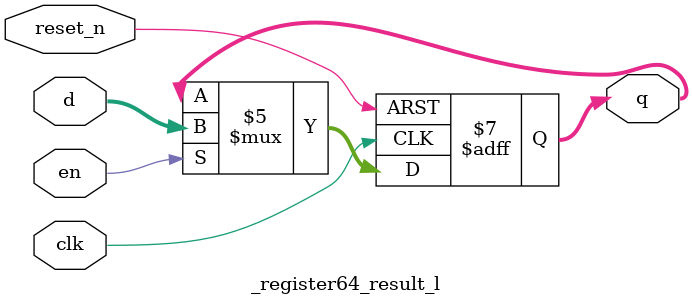
<source format=v>
module _register64_result_l(clk, reset_n, en, d, q);   //d flip-flop 

	//input, output reg
	input clk, reset_n, en;
	input [63:0] d;
	output reg [63:0] q; 
	
	//output q
	always@(posedge clk or negedge reset_n) begin
		if(reset_n == 0) q <= 64'b1;        //reset_n
		else if(en == 0) q <= q;  //op_clear
		else q <= d;
	end
	
endmodule
</source>
